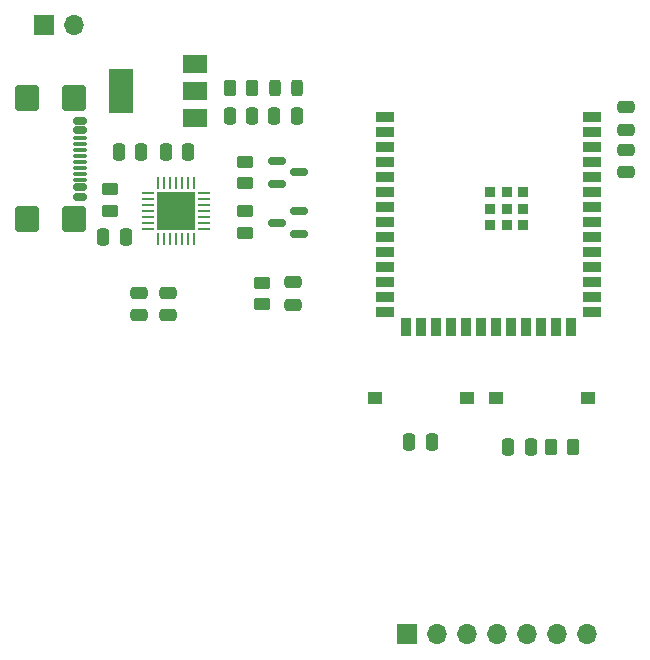
<source format=gbr>
%TF.GenerationSoftware,KiCad,Pcbnew,7.0.9*%
%TF.CreationDate,2024-04-10T17:12:20-05:00*%
%TF.ProjectId,Aniversario-PCBWAY,416e6976-6572-4736-9172-696f2d504342,rev?*%
%TF.SameCoordinates,Original*%
%TF.FileFunction,Soldermask,Bot*%
%TF.FilePolarity,Negative*%
%FSLAX46Y46*%
G04 Gerber Fmt 4.6, Leading zero omitted, Abs format (unit mm)*
G04 Created by KiCad (PCBNEW 7.0.9) date 2024-04-10 17:12:20*
%MOMM*%
%LPD*%
G01*
G04 APERTURE LIST*
G04 Aperture macros list*
%AMRoundRect*
0 Rectangle with rounded corners*
0 $1 Rounding radius*
0 $2 $3 $4 $5 $6 $7 $8 $9 X,Y pos of 4 corners*
0 Add a 4 corners polygon primitive as box body*
4,1,4,$2,$3,$4,$5,$6,$7,$8,$9,$2,$3,0*
0 Add four circle primitives for the rounded corners*
1,1,$1+$1,$2,$3*
1,1,$1+$1,$4,$5*
1,1,$1+$1,$6,$7*
1,1,$1+$1,$8,$9*
0 Add four rect primitives between the rounded corners*
20,1,$1+$1,$2,$3,$4,$5,0*
20,1,$1+$1,$4,$5,$6,$7,0*
20,1,$1+$1,$6,$7,$8,$9,0*
20,1,$1+$1,$8,$9,$2,$3,0*%
G04 Aperture macros list end*
%ADD10RoundRect,0.250000X-0.262500X-0.450000X0.262500X-0.450000X0.262500X0.450000X-0.262500X0.450000X0*%
%ADD11RoundRect,0.250000X0.250000X0.475000X-0.250000X0.475000X-0.250000X-0.475000X0.250000X-0.475000X0*%
%ADD12RoundRect,0.250000X-0.250000X-0.475000X0.250000X-0.475000X0.250000X0.475000X-0.250000X0.475000X0*%
%ADD13RoundRect,0.250000X-0.475000X0.250000X-0.475000X-0.250000X0.475000X-0.250000X0.475000X0.250000X0*%
%ADD14RoundRect,0.250000X0.475000X-0.250000X0.475000X0.250000X-0.475000X0.250000X-0.475000X-0.250000X0*%
%ADD15RoundRect,0.150000X-0.587500X-0.150000X0.587500X-0.150000X0.587500X0.150000X-0.587500X0.150000X0*%
%ADD16RoundRect,0.250000X0.450000X-0.262500X0.450000X0.262500X-0.450000X0.262500X-0.450000X-0.262500X0*%
%ADD17R,1.700000X1.700000*%
%ADD18O,1.700000X1.700000*%
%ADD19RoundRect,0.243750X0.243750X0.456250X-0.243750X0.456250X-0.243750X-0.456250X0.243750X-0.456250X0*%
%ADD20RoundRect,0.250000X-0.450000X0.262500X-0.450000X-0.262500X0.450000X-0.262500X0.450000X0.262500X0*%
%ADD21RoundRect,0.150000X0.587500X0.150000X-0.587500X0.150000X-0.587500X-0.150000X0.587500X-0.150000X0*%
%ADD22R,2.000000X1.500000*%
%ADD23R,2.000000X3.800000*%
%ADD24R,1.500000X0.900000*%
%ADD25R,0.900000X1.500000*%
%ADD26R,0.900000X0.900000*%
%ADD27RoundRect,0.150000X0.425000X-0.150000X0.425000X0.150000X-0.425000X0.150000X-0.425000X-0.150000X0*%
%ADD28RoundRect,0.075000X0.500000X-0.075000X0.500000X0.075000X-0.500000X0.075000X-0.500000X-0.075000X0*%
%ADD29RoundRect,0.250000X0.750000X-0.840000X0.750000X0.840000X-0.750000X0.840000X-0.750000X-0.840000X0*%
%ADD30R,1.250000X1.000000*%
%ADD31R,0.990000X0.270000*%
%ADD32R,0.270000X0.990000*%
%ADD33R,3.250000X3.250000*%
G04 APERTURE END LIST*
D10*
%TO.C,R5*%
X82287500Y-83400000D03*
X84112500Y-83400000D03*
%TD*%
D11*
%TO.C,C8*%
X80550000Y-83400000D03*
X78650000Y-83400000D03*
%TD*%
D12*
%TO.C,C7*%
X70250000Y-83000000D03*
X72150000Y-83000000D03*
%TD*%
D13*
%TO.C,C6*%
X88600000Y-58250000D03*
X88600000Y-60150000D03*
%TD*%
D14*
%TO.C,C5*%
X88600000Y-56550000D03*
X88600000Y-54650000D03*
%TD*%
D15*
%TO.C,Q1*%
X59062500Y-61100000D03*
X59062500Y-59200000D03*
X60937500Y-60150000D03*
%TD*%
D12*
%TO.C,C11*%
X55050000Y-55400000D03*
X56950000Y-55400000D03*
%TD*%
D14*
%TO.C,C2*%
X47400000Y-72250000D03*
X47400000Y-70350000D03*
%TD*%
%TO.C,C3*%
X49800000Y-72250000D03*
X49800000Y-70350000D03*
%TD*%
D10*
%TO.C,R6*%
X55087500Y-53000000D03*
X56912500Y-53000000D03*
%TD*%
D16*
%TO.C,R1*%
X44900000Y-63412500D03*
X44900000Y-61587500D03*
%TD*%
D17*
%TO.C,J1*%
X70090000Y-99250000D03*
D18*
X72630000Y-99250000D03*
X75170000Y-99250000D03*
X77710000Y-99250000D03*
X80250000Y-99250000D03*
X82790000Y-99250000D03*
X85330000Y-99250000D03*
%TD*%
D19*
%TO.C,D1*%
X60737500Y-53000000D03*
X58862500Y-53000000D03*
%TD*%
D16*
%TO.C,R3*%
X56337500Y-65262500D03*
X56337500Y-63437500D03*
%TD*%
D20*
%TO.C,R4*%
X57800000Y-69487500D03*
X57800000Y-71312500D03*
%TD*%
D16*
%TO.C,R2*%
X56337500Y-61062500D03*
X56337500Y-59237500D03*
%TD*%
D11*
%TO.C,C9*%
X47550000Y-58400000D03*
X45650000Y-58400000D03*
%TD*%
%TO.C,C12*%
X60750000Y-55400000D03*
X58850000Y-55400000D03*
%TD*%
D21*
%TO.C,Q2*%
X60937500Y-63450000D03*
X60937500Y-65350000D03*
X59062500Y-64400000D03*
%TD*%
D17*
%TO.C,J2*%
X39325000Y-47700000D03*
D18*
X41865000Y-47700000D03*
%TD*%
D13*
%TO.C,C4*%
X60400000Y-69450000D03*
X60400000Y-71350000D03*
%TD*%
D11*
%TO.C,C1*%
X46250000Y-65600000D03*
X44350000Y-65600000D03*
%TD*%
D22*
%TO.C,U3*%
X52150000Y-50950000D03*
X52150000Y-53250000D03*
D23*
X45850000Y-53250000D03*
D22*
X52150000Y-55550000D03*
%TD*%
D24*
%TO.C,U2*%
X85750000Y-55500000D03*
X85750000Y-56770000D03*
X85750000Y-58040000D03*
X85750000Y-59310000D03*
X85750000Y-60580000D03*
X85750000Y-61850000D03*
X85750000Y-63120000D03*
X85750000Y-64390000D03*
X85750000Y-65660000D03*
X85750000Y-66930000D03*
X85750000Y-68200000D03*
X85750000Y-69470000D03*
X85750000Y-70740000D03*
X85750000Y-72010000D03*
D25*
X83985000Y-73260000D03*
X82715000Y-73260000D03*
X81445000Y-73260000D03*
X80175000Y-73260000D03*
X78905000Y-73260000D03*
X77635000Y-73260000D03*
X76365000Y-73260000D03*
X75095000Y-73260000D03*
X73825000Y-73260000D03*
X72555000Y-73260000D03*
X71285000Y-73260000D03*
X70015000Y-73260000D03*
D24*
X68250000Y-72010000D03*
X68250000Y-70740000D03*
X68250000Y-69470000D03*
X68250000Y-68200000D03*
X68250000Y-66930000D03*
X68250000Y-65660000D03*
X68250000Y-64390000D03*
X68250000Y-63120000D03*
X68250000Y-61850000D03*
X68250000Y-60580000D03*
X68250000Y-59310000D03*
X68250000Y-58040000D03*
X68250000Y-56770000D03*
X68250000Y-55500000D03*
D26*
X79900000Y-64620000D03*
X79900000Y-64620000D03*
X79900000Y-63220000D03*
X79900000Y-61820000D03*
X78500000Y-64620000D03*
X78500000Y-63220000D03*
X78500000Y-61820000D03*
X78500000Y-61820000D03*
X77100000Y-64620000D03*
X77100000Y-63220000D03*
X77100000Y-61820000D03*
%TD*%
D27*
%TO.C,P1*%
X42430000Y-62200000D03*
X42430000Y-61400000D03*
D28*
X42430000Y-60250000D03*
X42430000Y-59250000D03*
X42430000Y-58750000D03*
X42430000Y-57750000D03*
D27*
X42430000Y-56600000D03*
X42430000Y-55800000D03*
X42430000Y-55800000D03*
X42430000Y-56600000D03*
D28*
X42430000Y-57250000D03*
X42430000Y-58250000D03*
X42430000Y-59750000D03*
X42430000Y-60750000D03*
D27*
X42430000Y-61400000D03*
X42430000Y-62200000D03*
D29*
X37925000Y-64110000D03*
X41855000Y-64110000D03*
X37925000Y-53890000D03*
X41855000Y-53890000D03*
%TD*%
D12*
%TO.C,C10*%
X49650000Y-58400000D03*
X51550000Y-58400000D03*
%TD*%
D30*
%TO.C,RESET1*%
X67375000Y-79250000D03*
X75125000Y-79250000D03*
%TD*%
D31*
%TO.C,U1*%
X48140000Y-64900000D03*
X48140000Y-64400000D03*
X48140000Y-63900000D03*
X48140000Y-63400000D03*
X48140000Y-62900000D03*
X48140000Y-62400000D03*
X48140000Y-61900000D03*
D32*
X49000000Y-61040000D03*
X49500000Y-61040000D03*
X50000000Y-61040000D03*
X50500000Y-61040000D03*
X51000000Y-61040000D03*
X51500000Y-61040000D03*
X52000000Y-61040000D03*
D31*
X52860000Y-61900000D03*
X52860000Y-62400000D03*
X52860000Y-62900000D03*
X52860000Y-63400000D03*
X52860000Y-63900000D03*
X52860000Y-64400000D03*
X52860000Y-64900000D03*
D32*
X52000000Y-65760000D03*
X51500000Y-65760000D03*
X51000000Y-65760000D03*
X50500000Y-65760000D03*
X50000000Y-65760000D03*
X49500000Y-65760000D03*
X49000000Y-65760000D03*
D33*
X50500000Y-63400000D03*
%TD*%
D30*
%TO.C,BOOT1*%
X77625000Y-79250000D03*
X85375000Y-79250000D03*
%TD*%
M02*

</source>
